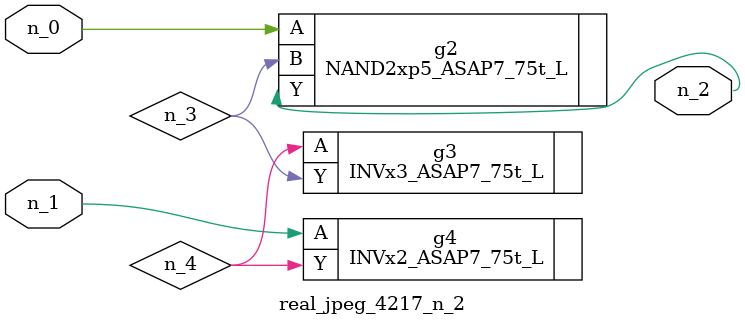
<source format=v>
module real_jpeg_4217_n_2 (n_1, n_0, n_2);

input n_1;
input n_0;

output n_2;

wire n_4;
wire n_3;

NAND2xp5_ASAP7_75t_L g2 ( 
.A(n_0),
.B(n_3),
.Y(n_2)
);

INVx2_ASAP7_75t_L g4 ( 
.A(n_1),
.Y(n_4)
);

INVx3_ASAP7_75t_L g3 ( 
.A(n_4),
.Y(n_3)
);


endmodule
</source>
